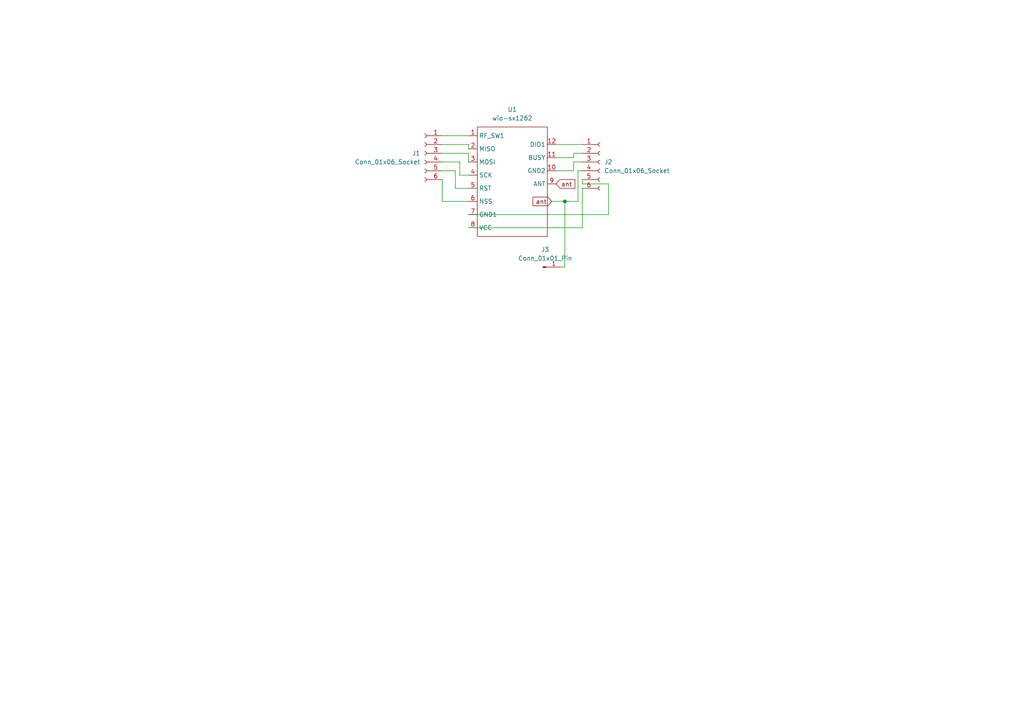
<source format=kicad_sch>
(kicad_sch (version 20231120) (generator "eeschema") (generator_version "8.0")
  (paper "A4")
  (lib_symbols
    (symbol "Connector:Conn_01x01_Pin" (pin_names (offset 1.016) hide)
      (property "Reference" "J" (at 0 2.54 0))
      (property "Value" "Conn_01x01_Pin" (at 0 -2.54 0))
      (symbol "Conn_01x01_Pin_1_1"
        (polyline (pts (xy 1.27 0) (xy 0.8636 0)) (stroke (width 0.1524)))
        (rectangle (start 0.8636 0.127) (end 0 -0.127) (stroke (width 0.1524)) (fill (type outline)))
        (pin passive line (at 5.08 0 180) (length 3.81) (name "Pin_1") (number "1"))
      )
    )
    (symbol "Connector:Conn_01x06_Socket" (pin_names (offset 1.016) hide)
      (property "Reference" "J" (at 0 7.62 0))
      (property "Value" "Conn_01x06_Socket" (at 0 -10.16 0))
      (symbol "Conn_01x06_Socket_1_1"
        (arc (start 0 -7.112) (mid -0.5058 -7.62) (end 0 -8.128) (stroke (width 0.1524)))
        (arc (start 0 -4.572) (mid -0.5058 -5.08) (end 0 -5.588) (stroke (width 0.1524)))
        (arc (start 0 -2.032) (mid -0.5058 -2.54) (end 0 -3.048) (stroke (width 0.1524)))
        (polyline (pts (xy -1.27 -7.62) (xy -0.508 -7.62)) (stroke (width 0.1524)))
        (polyline (pts (xy -1.27 -5.08) (xy -0.508 -5.08)) (stroke (width 0.1524)))
        (polyline (pts (xy -1.27 -2.54) (xy -0.508 -2.54)) (stroke (width 0.1524)))
        (polyline (pts (xy -1.27 0) (xy -0.508 0)) (stroke (width 0.1524)))
        (polyline (pts (xy -1.27 2.54) (xy -0.508 2.54)) (stroke (width 0.1524)))
        (polyline (pts (xy -1.27 5.08) (xy -0.508 5.08)) (stroke (width 0.1524)))
        (arc (start 0 0.508) (mid -0.5058 0) (end 0 -0.508) (stroke (width 0.1524)))
        (arc (start 0 3.048) (mid -0.5058 2.54) (end 0 2.032) (stroke (width 0.1524)))
        (arc (start 0 5.588) (mid -0.5058 5.08) (end 0 4.572) (stroke (width 0.1524)))
        (pin passive line (at -5.08 5.08 0) (length 3.81) (name "Pin_1") (number "1"))
        (pin passive line (at -5.08 2.54 0) (length 3.81) (name "Pin_2") (number "2"))
        (pin passive line (at -5.08 0 0) (length 3.81) (name "Pin_3") (number "3"))
        (pin passive line (at -5.08 -2.54 0) (length 3.81) (name "Pin_4") (number "4"))
        (pin passive line (at -5.08 -5.08 0) (length 3.81) (name "Pin_5") (number "5"))
        (pin passive line (at -5.08 -7.62 0) (length 3.81) (name "Pin_6") (number "6"))
      )
    )
    (symbol "sweet-p:wio-sx1262"
      (property "Reference" "U" (at -1.27 13.97 0))
      (property "Value" "wio-sx1262" (at -1.27 11.43 0))
      (symbol "wio-sx1262_0_1"
        (rectangle (start -6.35 8.89) (end 13.97 -22.86))
      )
      (symbol "wio-sx1262_1_1"
        (pin input line (at -8.89 6.35 0) (length 2.54) (name "RF_SW1") (number "1"))
        (pin input line (at 16.51 -3.81 180) (length 2.54) (name "GND2") (number "10"))
        (pin input line (at 16.51 0 180) (length 2.54) (name "BUSY") (number "11"))
        (pin input line (at 16.51 3.81 180) (length 2.54) (name "DIO1") (number "12"))
        (pin input line (at -8.89 2.54 0) (length 2.54) (name "MISO") (number "2"))
        (pin input line (at -8.89 -1.27 0) (length 2.54) (name "MOSI") (number "3"))
        (pin input line (at -8.89 -5.08 0) (length 2.54) (name "SCK") (number "4"))
        (pin input line (at -8.89 -8.89 0) (length 2.54) (name "RST") (number "5"))
        (pin input line (at -8.89 -12.7 0) (length 2.54) (name "NSS") (number "6"))
        (pin input line (at -8.89 -16.51 0) (length 2.54) (name "GND1") (number "7"))
        (pin input line (at -8.89 -20.32 0) (length 2.54) (name "VCC") (number "8"))
        (pin input line (at 16.51 -7.62 180) (length 2.54) (name "ANT") (number "9"))
      )
    )
  )
  (junction (at 163.83 58.42))
  (wire (pts (xy 167.64 58.42) (xy 163.83 58.42)))
  (wire (pts (xy 166.37 46.99) (xy 168.91 46.99)))
  (wire (pts (xy 128.27 49.53) (xy 132.08 49.53)))
  (wire (pts (xy 128.27 41.91) (xy 135.89 41.91)))
  (wire (pts (xy 166.37 44.45) (xy 168.91 44.45)))
  (wire (pts (xy 133.35 50.8) (xy 135.89 50.8)))
  (wire (pts (xy 168.91 49.53) (xy 167.64 49.53)))
  (wire (pts (xy 168.91 53.34) (xy 176.53 53.34)))
  (wire (pts (xy 163.83 77.47) (xy 162.56 77.47)))
  (wire (pts (xy 168.91 54.61) (xy 168.91 66.04)))
  (wire (pts (xy 128.27 46.99) (xy 133.35 46.99)))
  (wire (pts (xy 135.89 66.04) (xy 168.91 66.04)))
  (wire (pts (xy 128.27 44.45) (xy 135.89 44.45)))
  (wire (pts (xy 166.37 45.72) (xy 166.37 44.45)))
  (wire (pts (xy 161.29 49.53) (xy 166.37 49.53)))
  (wire (pts (xy 163.83 58.42) (xy 160.02 58.42)))
  (wire (pts (xy 132.08 49.53) (xy 132.08 54.61)))
  (wire (pts (xy 128.27 39.37) (xy 135.89 39.37)))
  (wire (pts (xy 166.37 49.53) (xy 166.37 46.99)))
  (wire (pts (xy 163.83 58.42) (xy 163.83 77.47)))
  (wire (pts (xy 128.27 58.42) (xy 135.89 58.42)))
  (wire (pts (xy 135.89 62.23) (xy 176.53 62.23)))
  (wire (pts (xy 167.64 49.53) (xy 167.64 58.42)))
  (wire (pts (xy 176.53 53.34) (xy 176.53 62.23)))
  (wire (pts (xy 168.91 52.07) (xy 168.91 53.34)))
  (wire (pts (xy 161.29 45.72) (xy 166.37 45.72)))
  (wire (pts (xy 132.08 54.61) (xy 135.89 54.61)))
  (wire (pts (xy 135.89 44.45) (xy 135.89 46.99)))
  (wire (pts (xy 133.35 46.99) (xy 133.35 50.8)))
  (wire (pts (xy 128.27 52.07) (xy 128.27 58.42)))
  (wire (pts (xy 161.29 41.91) (xy 168.91 41.91)))
  (wire (pts (xy 135.89 41.91) (xy 135.89 43.18)))
  (global_label "ant" (shape input) (at 160.02 58.42 180) (property "Intersheetrefs" "${INTERSHEET_REFS}" (effects (hide yes))))
  (global_label "ant" (shape input) (at 161.29 53.34 0) (property "Intersheetrefs" "${INTERSHEET_REFS}" (effects (hide yes))))
  (symbol (lib_id "Connector:Conn_01x06_Socket") (at 123.19 44.45 0) (mirror y) (unit 1)
    (property "Reference" "J1" (at 121.92 44.4499 0) (effects (justify left)))
    (property "Value" "Conn_01x06_Socket" (at 121.92 46.9899 0) (effects (justify left)))
    (property "Footprint" "Connector_PinSocket_2.54mm:PinSocket_1x06_P2.54mm_Vertical" (effects (hide yes)))
    (property "Description" "Generic connector, single row, 01x06, script generated" (effects (hide yes)))
  )
  (symbol (lib_id "Connector:Conn_01x06_Socket") (at 173.99 46.99 0) (unit 1)
    (property "Reference" "J2" (at 175.26 46.9899 0) (effects (justify left)))
    (property "Value" "Conn_01x06_Socket" (at 175.26 49.5299 0) (effects (justify left)))
    (property "Footprint" "Connector_PinSocket_2.54mm:PinSocket_1x06_P2.54mm_Vertical" (effects (hide yes)))
    (property "Description" "Generic connector, single row, 01x06, script generated" (effects (hide yes)))
  )
  (symbol (lib_id "Connector:Conn_01x01_Pin") (at 157.48 77.47 0) (unit 1)
    (property "Reference" "J3" (at 158.115 72.39 0))
    (property "Value" "Conn_01x01_Pin" (at 158.115 74.93 0))
    (property "Footprint" "Connector_PinSocket_2.54mm:PinSocket_1x01_P2.54mm_Vertical" (effects (hide yes)))
    (property "Description" "Generic connector, single row, 01x01, script generated" (effects (hide yes)))
  )
  (symbol (lib_id "sweet-p:wio-sx1262") (at 144.78 45.72 0) (unit 1)
    (property "Reference" "U1" (at 148.59 31.75 0))
    (property "Value" "wio-sx1262" (at 148.59 34.29 0))
    (property "Footprint" "wio-sx1262:wio-sx1262" (effects (hide yes)))
  )
)
</source>
